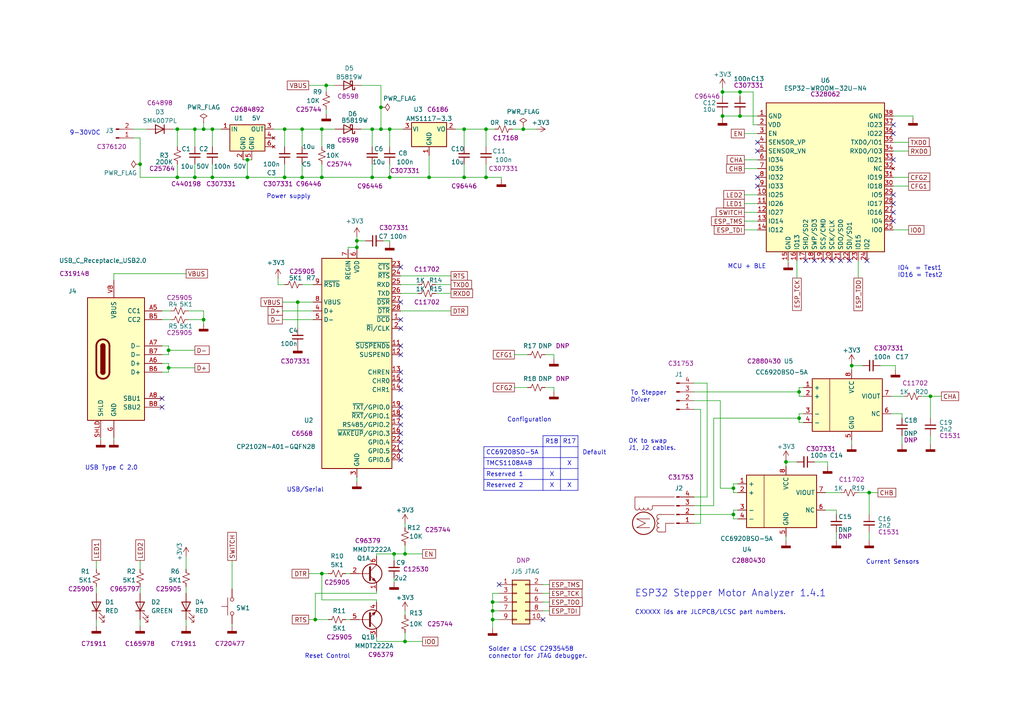
<source format=kicad_sch>
(kicad_sch (version 20211123) (generator eeschema)
  (paper "A4")
  (junction (at 71.755 46.355))
  (junction (at 212.725 141.605))
  (junction (at 48.895 106.68))
  (junction (at 48.895 101.6))
  (junction (at 51.435 37.465))
  (junction (at 93.345 37.465))
  (junction (at 93.345 51.435))
  (junction (at 142.875 177.165))
  (junction (at 227.965 133.985))
  (junction (at 209.55 33.655))
  (junction (at 117.475 186.055))
  (junction (at 151.765 37.465))
  (junction (at 142.875 174.625))
  (junction (at 113.03 37.465))
  (junction (at 40.64 47.625))
  (junction (at 212.725 149.225))
  (junction (at 59.055 92.71))
  (junction (at 103.505 71.755))
  (junction (at 110.49 37.465))
  (junction (at 231.775 113.665))
  (junction (at 110.49 31.115))
  (junction (at 114.3 160.655))
  (junction (at 142.875 179.705))
  (junction (at 61.595 51.435))
  (junction (at 59.055 37.465))
  (junction (at 247.015 106.045))
  (junction (at 107.95 51.435))
  (junction (at 61.595 37.465))
  (junction (at 214.63 33.655))
  (junction (at 87.63 37.465))
  (junction (at 103.505 69.85))
  (junction (at 87.63 51.435))
  (junction (at 269.875 114.935))
  (junction (at 117.475 160.655))
  (junction (at 94.615 24.765))
  (junction (at 140.97 51.435))
  (junction (at 214.63 26.67))
  (junction (at 140.97 37.465))
  (junction (at 91.44 179.705))
  (junction (at 51.435 51.435))
  (junction (at 209.55 26.67))
  (junction (at 124.46 51.435))
  (junction (at 82.55 51.435))
  (junction (at 134.62 37.465))
  (junction (at 107.95 37.465))
  (junction (at 113.03 51.435))
  (junction (at 134.62 51.435))
  (junction (at 93.345 166.37))
  (junction (at 56.515 51.435))
  (junction (at 82.55 37.465))
  (junction (at 231.775 121.285))
  (junction (at 71.755 51.435))
  (junction (at 252.095 142.875))
  (junction (at 56.515 37.465))
  (junction (at 86.36 87.63))
  (no_connect (at 219.71 41.275))
  (no_connect (at 219.71 43.815))
  (no_connect (at 233.68 75.565))
  (no_connect (at 236.22 75.565))
  (no_connect (at 259.08 46.355))
  (no_connect (at 259.08 38.735))
  (no_connect (at 259.08 36.195))
  (no_connect (at 238.76 75.565))
  (no_connect (at 241.3 75.565))
  (no_connect (at 243.84 75.565))
  (no_connect (at 246.38 75.565))
  (no_connect (at 259.08 56.515))
  (no_connect (at 259.08 64.135))
  (no_connect (at 259.08 61.595))
  (no_connect (at 259.08 59.055))
  (no_connect (at 116.205 130.81))
  (no_connect (at 116.205 77.47))
  (no_connect (at 46.99 118.11))
  (no_connect (at 46.99 115.57))
  (no_connect (at 116.205 118.11))
  (no_connect (at 251.46 75.565))
  (no_connect (at 116.205 87.63))
  (no_connect (at 116.205 120.65))
  (no_connect (at 116.205 125.73))
  (no_connect (at 116.205 123.19))
  (no_connect (at 219.71 53.975))
  (no_connect (at 219.71 51.435))
  (no_connect (at 116.205 95.25))
  (no_connect (at 116.205 128.27))
  (no_connect (at 116.205 107.95))
  (no_connect (at 116.205 133.35))
  (no_connect (at 116.205 92.71))
  (no_connect (at 116.205 100.33))
  (no_connect (at 157.48 179.705))
  (no_connect (at 116.205 113.03))
  (no_connect (at 144.78 169.545))
  (no_connect (at 116.205 110.49))
  (no_connect (at 116.205 102.87))
  (wire (pts (xy 228.6 75.565) (xy 228.6 76.2)))
  (wire (pts (xy 109.22 184.785) (xy 109.22 186.055)))
  (wire (pts (xy 212.725 142.875) (xy 213.995 142.875)))
  (wire (pts (xy 269.875 114.935) (xy 273.05 114.935)))
  (wire (pts (xy 259.08 43.815) (xy 263.525 43.815)))
  (wire (pts (xy 248.92 75.565) (xy 248.92 80.645)))
  (wire (pts (xy 213.995 140.335) (xy 212.725 140.335)))
  (wire (pts (xy 215.9 48.895) (xy 219.71 48.895)))
  (wire (pts (xy 201.295 151.765) (xy 203.2 151.765)))
  (wire (pts (xy 247.015 127.635) (xy 247.015 128.905)))
  (wire (pts (xy 214.63 33.02) (xy 214.63 33.655)))
  (wire (pts (xy 29.21 127) (xy 29.21 127.635)))
  (wire (pts (xy 215.9 46.355) (xy 219.71 46.355)))
  (wire (pts (xy 81.915 87.63) (xy 86.36 87.63)))
  (wire (pts (xy 140.97 51.435) (xy 145.415 51.435)))
  (wire (pts (xy 86.36 87.63) (xy 90.805 87.63)))
  (wire (pts (xy 100.965 71.755) (xy 100.965 72.39)))
  (wire (pts (xy 258.445 114.935) (xy 262.255 114.935)))
  (wire (pts (xy 53.975 165.1) (xy 53.975 161.29)))
  (wire (pts (xy 134.62 47.625) (xy 134.62 51.435)))
  (wire (pts (xy 61.595 37.465) (xy 64.135 37.465)))
  (wire (pts (xy 233.045 120.015) (xy 231.775 120.015)))
  (wire (pts (xy 114.3 160.655) (xy 114.3 162.56)))
  (wire (pts (xy 219.71 36.195) (xy 218.44 36.195)))
  (polyline (pts (xy 140.335 132.715) (xy 167.64 132.715)) (stroke (width 0) (type solid)))
  (wire (pts (xy 142.875 172.085) (xy 142.875 174.625)))
  (wire (pts (xy 248.92 142.875) (xy 252.095 142.875)))
  (wire (pts (xy 110.49 37.465) (xy 113.03 37.465)))
  (wire (pts (xy 151.765 37.465) (xy 155.575 37.465)))
  (wire (pts (xy 149.225 112.395) (xy 153.035 112.395)))
  (wire (pts (xy 157.48 177.165) (xy 159.385 177.165)))
  (wire (pts (xy 48.895 105.41) (xy 48.895 106.68)))
  (wire (pts (xy 94.615 31.75) (xy 94.615 33.02)))
  (wire (pts (xy 87.63 47.625) (xy 87.63 51.435)))
  (wire (pts (xy 106.045 69.85) (xy 103.505 69.85)))
  (wire (pts (xy 56.515 37.465) (xy 59.055 37.465)))
  (wire (pts (xy 124.46 51.435) (xy 134.62 51.435)))
  (polyline (pts (xy 140.335 135.89) (xy 167.64 135.89)) (stroke (width 0) (type solid)))
  (wire (pts (xy 231.775 120.015) (xy 231.775 121.285)))
  (wire (pts (xy 227.965 155.575) (xy 227.965 156.845)))
  (wire (pts (xy 87.63 82.55) (xy 90.805 82.55)))
  (wire (pts (xy 48.895 106.68) (xy 48.895 107.95)))
  (wire (pts (xy 100.33 166.37) (xy 101.6 166.37)))
  (wire (pts (xy 59.055 92.71) (xy 59.055 90.17)))
  (wire (pts (xy 140.97 47.625) (xy 140.97 51.435)))
  (wire (pts (xy 207.01 121.285) (xy 231.775 121.285)))
  (wire (pts (xy 61.595 37.465) (xy 61.595 42.545)))
  (wire (pts (xy 145.415 51.435) (xy 145.415 52.07)))
  (wire (pts (xy 59.055 92.71) (xy 59.055 93.98)))
  (wire (pts (xy 231.775 122.555) (xy 233.045 122.555)))
  (wire (pts (xy 40.64 179.705) (xy 40.64 181.61)))
  (polyline (pts (xy 140.335 129.54) (xy 140.335 142.24)) (stroke (width 0) (type solid)))
  (polyline (pts (xy 167.64 126.365) (xy 167.64 142.24)) (stroke (width 0) (type solid)))
  (wire (pts (xy 117.475 160.655) (xy 122.555 160.655)))
  (wire (pts (xy 79.375 37.465) (xy 82.55 37.465)))
  (polyline (pts (xy 140.335 129.54) (xy 167.64 129.54)) (stroke (width 0) (type solid)))
  (wire (pts (xy 89.535 179.705) (xy 91.44 179.705)))
  (wire (pts (xy 100.33 179.705) (xy 101.6 179.705)))
  (wire (pts (xy 209.55 27.94) (xy 209.55 26.67)))
  (wire (pts (xy 107.95 42.545) (xy 107.95 37.465)))
  (wire (pts (xy 252.095 142.875) (xy 254.635 142.875)))
  (wire (pts (xy 59.055 37.465) (xy 61.595 37.465)))
  (polyline (pts (xy 162.56 126.365) (xy 162.56 142.24)) (stroke (width 0) (type solid)))
  (wire (pts (xy 259.08 51.435) (xy 263.525 51.435)))
  (wire (pts (xy 40.64 40.005) (xy 40.64 47.625)))
  (wire (pts (xy 82.55 47.625) (xy 82.55 51.435)))
  (wire (pts (xy 140.97 37.465) (xy 143.51 37.465)))
  (wire (pts (xy 40.64 51.435) (xy 51.435 51.435)))
  (wire (pts (xy 71.755 51.435) (xy 82.55 51.435)))
  (wire (pts (xy 239.395 147.955) (xy 242.57 147.955)))
  (wire (pts (xy 231.775 112.395) (xy 231.775 113.665)))
  (wire (pts (xy 201.295 111.125) (xy 205.105 111.125)))
  (wire (pts (xy 82.55 51.435) (xy 87.63 51.435)))
  (wire (pts (xy 242.57 154.305) (xy 242.57 156.845)))
  (wire (pts (xy 259.08 66.675) (xy 263.525 66.675)))
  (wire (pts (xy 87.63 42.545) (xy 87.63 37.465)))
  (wire (pts (xy 33.02 79.375) (xy 53.975 79.375)))
  (wire (pts (xy 87.63 37.465) (xy 93.345 37.465)))
  (wire (pts (xy 103.505 71.755) (xy 103.505 72.39)))
  (wire (pts (xy 233.045 112.395) (xy 231.775 112.395)))
  (wire (pts (xy 56.515 37.465) (xy 56.515 42.545)))
  (wire (pts (xy 93.345 166.37) (xy 95.25 166.37)))
  (wire (pts (xy 117.475 177.165) (xy 117.475 178.435)))
  (wire (pts (xy 93.345 37.465) (xy 93.345 42.545)))
  (wire (pts (xy 89.535 24.765) (xy 94.615 24.765)))
  (wire (pts (xy 117.475 158.115) (xy 117.475 160.655)))
  (wire (pts (xy 103.505 138.43) (xy 103.505 139.7)))
  (wire (pts (xy 27.94 170.18) (xy 27.94 172.085)))
  (wire (pts (xy 27.94 165.1) (xy 27.94 162.56)))
  (wire (pts (xy 113.03 47.625) (xy 113.03 51.435)))
  (wire (pts (xy 48.895 100.33) (xy 48.895 101.6)))
  (wire (pts (xy 160.655 102.87) (xy 160.655 104.14)))
  (wire (pts (xy 255.27 106.045) (xy 259.715 106.045)))
  (wire (pts (xy 109.22 174.625) (xy 109.22 173.99)))
  (wire (pts (xy 82.55 37.465) (xy 87.63 37.465)))
  (wire (pts (xy 209.55 26.67) (xy 214.63 26.67)))
  (wire (pts (xy 269.875 114.935) (xy 269.875 121.285)))
  (wire (pts (xy 231.775 121.285) (xy 231.775 122.555)))
  (wire (pts (xy 142.875 179.705) (xy 144.78 179.705)))
  (wire (pts (xy 71.755 46.355) (xy 71.755 51.435)))
  (wire (pts (xy 56.515 51.435) (xy 61.595 51.435)))
  (wire (pts (xy 126.365 82.55) (xy 130.81 82.55)))
  (wire (pts (xy 227.965 133.985) (xy 227.965 135.255)))
  (wire (pts (xy 53.975 179.705) (xy 53.975 181.61)))
  (wire (pts (xy 103.505 69.85) (xy 103.505 71.755)))
  (wire (pts (xy 259.715 106.045) (xy 259.715 107.315)))
  (wire (pts (xy 90.805 90.17) (xy 81.915 90.17)))
  (wire (pts (xy 258.445 120.015) (xy 261.62 120.015)))
  (wire (pts (xy 46.99 100.33) (xy 48.895 100.33)))
  (wire (pts (xy 117.475 186.055) (xy 122.555 186.055)))
  (wire (pts (xy 209.55 25.4) (xy 209.55 26.67)))
  (wire (pts (xy 86.36 95.25) (xy 86.36 87.63)))
  (wire (pts (xy 207.01 146.685) (xy 207.01 121.285)))
  (wire (pts (xy 116.205 82.55) (xy 121.285 82.55)))
  (wire (pts (xy 116.205 90.17) (xy 130.81 90.17)))
  (polyline (pts (xy 140.335 142.24) (xy 167.64 142.24)) (stroke (width 0) (type solid)))
  (wire (pts (xy 151.765 36.83) (xy 151.765 37.465)))
  (wire (pts (xy 91.44 172.085) (xy 91.44 179.705)))
  (wire (pts (xy 201.295 118.745) (xy 203.2 118.745)))
  (wire (pts (xy 113.03 51.435) (xy 124.46 51.435)))
  (wire (pts (xy 142.875 177.165) (xy 142.875 179.705)))
  (polyline (pts (xy 157.48 126.365) (xy 157.48 142.24)) (stroke (width 0) (type solid)))
  (wire (pts (xy 219.71 56.515) (xy 215.9 56.515)))
  (wire (pts (xy 104.775 37.465) (xy 107.95 37.465)))
  (wire (pts (xy 104.775 24.765) (xy 110.49 24.765)))
  (wire (pts (xy 227.965 133.985) (xy 231.14 133.985)))
  (wire (pts (xy 48.895 107.95) (xy 46.99 107.95)))
  (wire (pts (xy 107.95 37.465) (xy 110.49 37.465)))
  (wire (pts (xy 209.55 33.02) (xy 209.55 33.655)))
  (wire (pts (xy 54.61 92.71) (xy 59.055 92.71)))
  (wire (pts (xy 212.725 150.495) (xy 213.995 150.495)))
  (wire (pts (xy 117.475 151.765) (xy 117.475 153.035)))
  (wire (pts (xy 252.095 154.305) (xy 252.095 156.845)))
  (wire (pts (xy 247.015 106.045) (xy 247.015 107.315)))
  (wire (pts (xy 247.015 105.41) (xy 247.015 106.045)))
  (wire (pts (xy 259.08 53.975) (xy 263.525 53.975)))
  (wire (pts (xy 231.775 114.935) (xy 233.045 114.935)))
  (wire (pts (xy 50.165 37.465) (xy 51.435 37.465)))
  (wire (pts (xy 157.48 169.545) (xy 159.385 169.545)))
  (wire (pts (xy 158.115 112.395) (xy 160.655 112.395)))
  (wire (pts (xy 53.975 170.18) (xy 53.975 172.085)))
  (wire (pts (xy 209.55 33.655) (xy 214.63 33.655)))
  (wire (pts (xy 148.59 37.465) (xy 151.765 37.465)))
  (wire (pts (xy 80.645 82.55) (xy 80.645 80.645)))
  (wire (pts (xy 48.895 101.6) (xy 56.515 101.6)))
  (wire (pts (xy 51.435 37.465) (xy 51.435 42.545)))
  (polyline (pts (xy 157.48 126.365) (xy 167.64 126.365)) (stroke (width 0) (type solid)))
  (wire (pts (xy 140.97 42.545) (xy 140.97 37.465)))
  (wire (pts (xy 51.435 47.625) (xy 51.435 51.435)))
  (wire (pts (xy 160.655 112.395) (xy 160.655 113.665)))
  (wire (pts (xy 267.335 114.935) (xy 269.875 114.935)))
  (wire (pts (xy 261.62 120.015) (xy 261.62 121.285)))
  (wire (pts (xy 94.615 24.765) (xy 94.615 26.67)))
  (wire (pts (xy 46.99 105.41) (xy 48.895 105.41)))
  (wire (pts (xy 48.895 101.6) (xy 48.895 102.87)))
  (wire (pts (xy 215.9 59.055) (xy 219.71 59.055)))
  (wire (pts (xy 201.295 149.225) (xy 212.725 149.225)))
  (wire (pts (xy 61.595 47.625) (xy 61.595 51.435)))
  (wire (pts (xy 82.55 42.545) (xy 82.55 37.465)))
  (wire (pts (xy 205.105 111.125) (xy 205.105 144.145)))
  (wire (pts (xy 213.995 147.955) (xy 212.725 147.955)))
  (wire (pts (xy 134.62 42.545) (xy 134.62 37.465)))
  (wire (pts (xy 54.61 90.17) (xy 59.055 90.17)))
  (wire (pts (xy 51.435 37.465) (xy 56.515 37.465)))
  (wire (pts (xy 149.225 102.87) (xy 153.035 102.87)))
  (wire (pts (xy 212.725 140.335) (xy 212.725 141.605)))
  (wire (pts (xy 48.895 102.87) (xy 46.99 102.87)))
  (wire (pts (xy 215.9 64.135) (xy 219.71 64.135)))
  (wire (pts (xy 113.03 37.465) (xy 116.84 37.465)))
  (wire (pts (xy 110.49 31.115) (xy 110.49 37.465)))
  (wire (pts (xy 82.55 82.55) (xy 80.645 82.55)))
  (wire (pts (xy 142.875 177.165) (xy 144.78 177.165)))
  (wire (pts (xy 208.915 141.605) (xy 212.725 141.605)))
  (wire (pts (xy 89.535 166.37) (xy 93.345 166.37)))
  (wire (pts (xy 239.395 142.875) (xy 243.84 142.875)))
  (wire (pts (xy 215.9 38.735) (xy 219.71 38.735)))
  (wire (pts (xy 33.02 79.375) (xy 33.02 81.28)))
  (wire (pts (xy 134.62 51.435) (xy 140.97 51.435)))
  (wire (pts (xy 236.22 133.985) (xy 240.03 133.985)))
  (wire (pts (xy 94.615 24.765) (xy 97.155 24.765)))
  (wire (pts (xy 56.515 47.625) (xy 56.515 51.435)))
  (wire (pts (xy 90.805 92.71) (xy 81.915 92.71)))
  (polyline (pts (xy 140.335 139.065) (xy 167.64 139.065)) (stroke (width 0) (type solid)))
  (wire (pts (xy 46.99 90.17) (xy 49.53 90.17)))
  (wire (pts (xy 109.22 172.085) (xy 109.22 171.45)))
  (wire (pts (xy 231.14 75.565) (xy 231.14 80.645)))
  (wire (pts (xy 93.345 173.99) (xy 93.345 166.37)))
  (wire (pts (xy 109.22 160.655) (xy 114.3 160.655)))
  (wire (pts (xy 48.895 106.68) (xy 56.515 106.68)))
  (wire (pts (xy 219.71 66.675) (xy 215.9 66.675)))
  (wire (pts (xy 116.205 80.01) (xy 130.81 80.01)))
  (wire (pts (xy 40.64 170.18) (xy 40.64 172.085)))
  (wire (pts (xy 142.875 174.625) (xy 142.875 177.165)))
  (wire (pts (xy 201.295 146.685) (xy 207.01 146.685)))
  (wire (pts (xy 114.3 160.655) (xy 117.475 160.655)))
  (wire (pts (xy 109.22 161.29) (xy 109.22 160.655)))
  (wire (pts (xy 124.46 45.085) (xy 124.46 51.435)))
  (wire (pts (xy 116.205 85.09) (xy 121.285 85.09)))
  (wire (pts (xy 205.105 144.145) (xy 201.295 144.145)))
  (wire (pts (xy 214.63 27.94) (xy 214.63 26.67)))
  (wire (pts (xy 71.755 46.355) (xy 73.025 46.355)))
  (wire (pts (xy 67.31 170.815) (xy 67.31 162.56)))
  (wire (pts (xy 103.505 71.755) (xy 100.965 71.755)))
  (wire (pts (xy 142.875 179.705) (xy 142.875 182.245)))
  (wire (pts (xy 93.345 47.625) (xy 93.345 51.435)))
  (wire (pts (xy 264.795 33.655) (xy 264.795 34.29)))
  (wire (pts (xy 214.63 33.655) (xy 219.71 33.655)))
  (wire (pts (xy 227.965 133.35) (xy 227.965 133.985)))
  (wire (pts (xy 259.08 41.275) (xy 263.525 41.275)))
  (wire (pts (xy 252.095 142.875) (xy 252.095 149.225)))
  (wire (pts (xy 51.435 51.435) (xy 56.515 51.435)))
  (wire (pts (xy 111.125 69.85) (xy 113.03 69.85)))
  (wire (pts (xy 110.49 24.765) (xy 110.49 31.115)))
  (wire (pts (xy 269.875 126.365) (xy 269.875 128.905)))
  (wire (pts (xy 59.055 35.56) (xy 59.055 37.465)))
  (wire (pts (xy 158.115 102.87) (xy 160.655 102.87)))
  (wire (pts (xy 107.95 51.435) (xy 113.03 51.435)))
  (wire (pts (xy 109.22 172.085) (xy 91.44 172.085)))
  (wire (pts (xy 38.735 40.005) (xy 40.64 40.005)))
  (wire (pts (xy 218.44 26.67) (xy 218.44 36.195)))
  (wire (pts (xy 201.295 113.665) (xy 231.775 113.665)))
  (wire (pts (xy 157.48 174.625) (xy 159.385 174.625)))
  (wire (pts (xy 103.505 68.58) (xy 103.505 69.85)))
  (wire (pts (xy 67.31 180.975) (xy 67.31 181.61)))
  (wire (pts (xy 259.08 33.655) (xy 264.795 33.655)))
  (wire (pts (xy 40.64 165.1) (xy 40.64 162.56)))
  (wire (pts (xy 203.2 118.745) (xy 203.2 151.765)))
  (wire (pts (xy 40.64 47.625) (xy 40.64 51.435)))
  (wire (pts (xy 87.63 51.435) (xy 93.345 51.435)))
  (wire (pts (xy 113.03 37.465) (xy 113.03 42.545)))
  (wire (pts (xy 144.78 172.085) (xy 142.875 172.085)))
  (wire (pts (xy 93.345 51.435) (xy 107.95 51.435)))
  (wire (pts (xy 91.44 179.705) (xy 95.25 179.705)))
  (wire (pts (xy 212.725 147.955) (xy 212.725 149.225)))
  (wire (pts (xy 214.63 26.67) (xy 218.44 26.67)))
  (wire (pts (xy 247.015 106.045) (xy 250.19 106.045)))
  (wire (pts (xy 134.62 37.465) (xy 140.97 37.465)))
  (wire (pts (xy 38.735 37.465) (xy 42.545 37.465)))
  (wire (pts (xy 212.725 141.605) (xy 212.725 142.875)))
  (wire (pts (xy 231.775 113.665) (xy 231.775 114.935)))
  (wire (pts (xy 261.62 126.365) (xy 261.62 128.905)))
  (wire (pts (xy 117.475 183.515) (xy 117.475 186.055)))
  (wire (pts (xy 215.9 61.595) (xy 219.71 61.595)))
  (wire (pts (xy 114.3 167.64) (xy 114.3 168.91)))
  (wire (pts (xy 132.08 37.465) (xy 134.62 37.465)))
  (wire (pts (xy 109.22 173.99) (xy 93.345 173.99)))
  (wire (pts (xy 242.57 147.955) (xy 242.57 149.225)))
  (wire (pts (xy 240.03 133.985) (xy 240.03 135.255)))
  (wire (pts (xy 157.48 172.085) (xy 159.385 172.085)))
  (wire (pts (xy 201.295 116.205) (xy 208.915 116.205)))
  (wire (pts (xy 109.22 186.055) (xy 117.475 186.055)))
  (wire (pts (xy 208.915 116.205) (xy 208.915 141.605)))
  (wire (pts (xy 61.595 51.435) (xy 71.755 51.435)))
  (wire (pts (xy 142.875 174.625) (xy 144.78 174.625)))
  (wire (pts (xy 107.95 47.625) (xy 107.95 51.435)))
  (wire (pts (xy 70.485 46.355) (xy 71.755 46.355)))
  (wire (pts (xy 27.94 179.705) (xy 27.94 181.61)))
  (wire (pts (xy 126.365 85.09) (xy 130.81 85.09)))
  (wire (pts (xy 113.03 69.85) (xy 113.03 70.485)))
  (wire (pts (xy 33.02 127) (xy 33.02 127.635)))
  (wire (pts (xy 93.345 37.465) (xy 97.155 37.465)))
  (wire (pts (xy 209.55 33.655) (xy 209.55 34.29)))
  (wire (pts (xy 212.725 149.225) (xy 212.725 150.495)))
  (wire (pts (xy 46.99 92.71) (xy 49.53 92.71)))
  (text "Solder a LCSC C2935458\nconnector for JTAG debugger." (at 141.605 191.135 0) (effects (font (size 1.27 1.27)) (justify left bottom)))
  (text "TMCS1108A4B" (at 140.97 135.255 0) (effects (font (size 1.27 1.27)) (justify left bottom)))
  (text "Current Sensors" (at 266.7 163.83 180) (effects (font (size 1.27 1.27)) (justify right bottom)))
  (text "X" (at 164.465 135.255 0) (effects (font (size 1.27 1.27)) (justify left bottom)))
  (text "Reserved 2" (at 140.97 141.605 0) (effects (font (size 1.27 1.27)) (justify left bottom)))
  (text "IO4  = Test1\nIO16 = Test2" (at 260.35 80.645 0) (effects (font (size 1.27 1.27)) (justify left bottom)))
  (text "CXXXXX ids are JLCPCB/LCSC part numbers." (at 184.15 178.435 0) (effects (font (size 1.27 1.27)) (justify left bottom)))
  (text "Reserved 1" (at 140.97 138.43 0) (effects (font (size 1.27 1.27)) (justify left bottom)))
  (text "To Stepper\nDriver" (at 182.88 116.84 0) (effects (font (size 1.27 1.27)) (justify left bottom)))
  (text "X" (at 159.385 138.43 0) (effects (font (size 1.27 1.27)) (justify left bottom)))
  (text "Configuration" (at 160.02 122.555 180) (effects (font (size 1.27 1.27)) (justify right bottom)))
  (text "USB Type C 2.0" (at 40.005 136.525 180) (effects (font (size 1.27 1.27)) (justify right bottom)))
  (text "9-30VDC" (at 29.21 39.37 180) (effects (font (size 1.27 1.27)) (justify right bottom)))
  (text "USB/Serial" (at 93.98 142.875 180) (effects (font (size 1.27 1.27)) (justify right bottom)))
  (text "OK to swap \nJ1, J2 cables." (at 182.245 130.81 0) (effects (font (size 1.27 1.27)) (justify left bottom)))
  (text "Reset Control" (at 101.6 191.135 180) (effects (font (size 1.27 1.27)) (justify right bottom)))
  (text "Default" (at 168.91 132.08 0) (effects (font (size 1.27 1.27)) (justify left bottom)))
  (text "R17" (at 163.195 128.905 0) (effects (font (size 1.27 1.27)) (justify left bottom)))
  (text "X" (at 159.385 141.605 0) (effects (font (size 1.27 1.27)) (justify left bottom)))
  (text "CC6920BSO-5A" (at 140.97 132.08 0) (effects (font (size 1.27 1.27)) (justify left bottom)))
  (text "R18" (at 158.115 128.905 0) (effects (font (size 1.27 1.27)) (justify left bottom)))
  (text "X" (at 164.465 141.605 0) (effects (font (size 1.27 1.27)) (justify left bottom)))
  (text "MCU + BLE" (at 222.25 78.105 180) (effects (font (size 1.27 1.27)) (justify right bottom)))
  (text "Power supply" (at 90.17 57.785 180) (effects (font (size 1.27 1.27)) (justify right bottom)))
  (text "ESP32 Stepper Motor Analyzer 1.4.1" (at 184.15 173.355 0) (effects (font (size 2 2)) (justify left bottom)))
  (global_label "ESP_TDO" (shape passive) (at 248.92 80.645 270) (property "Intersheet References" "${INTERSHEET_REFS}" (effects hide)))
  (global_label "ESP_TMS" (shape passive) (at 159.385 169.545 0) (property "Intersheet References" "${INTERSHEET_REFS}" (effects hide)))
  (global_label "CHB" (shape passive) (at 215.9 48.895 180) (property "Intersheet References" "${INTERSHEET_REFS}" (effects hide)))
  (global_label "CHA" (shape passive) (at 273.05 114.935 0) (property "Intersheet References" "${INTERSHEET_REFS}" (effects hide)))
  (global_label "IO0" (shape passive) (at 122.555 186.055 0) (property "Intersheet References" "${INTERSHEET_REFS}" (effects hide)))
  (global_label "DTR" (shape passive) (at 130.81 90.17 0) (property "Intersheet References" "${INTERSHEET_REFS}" (effects hide)))
  (global_label "EN" (shape passive) (at 215.9 38.735 180) (property "Intersheet References" "${INTERSHEET_REFS}" (effects hide)))
  (global_label "LED1" (shape passive) (at 215.9 59.055 180) (property "Intersheet References" "${INTERSHEET_REFS}" (effects hide)))
  (global_label "ESP_TDI" (shape passive) (at 215.9 66.675 180) (property "Intersheet References" "${INTERSHEET_REFS}" (effects hide)))
  (global_label "LED2" (shape passive) (at 215.9 56.515 180) (property "Intersheet References" "${INTERSHEET_REFS}" (effects hide)))
  (global_label "D-" (shape passive) (at 81.915 92.71 180) (property "Intersheet References" "${INTERSHEET_REFS}" (effects hide)))
  (global_label "ESP_TCK" (shape passive) (at 231.14 80.645 270) (property "Intersheet References" "${INTERSHEET_REFS}" (effects hide)))
  (global_label "RTS" (shape passive) (at 130.81 80.01 0) (property "Intersheet References" "${INTERSHEET_REFS}" (effects hide)))
  (global_label "ESP_TDO" (shape passive) (at 159.385 174.625 0) (property "Intersheet References" "${INTERSHEET_REFS}" (effects hide)))
  (global_label "ESP_TMS" (shape passive) (at 215.9 64.135 180) (property "Intersheet References" "${INTERSHEET_REFS}" (effects hide)))
  (global_label "SWITCH" (shape passive) (at 215.9 61.595 180) (property "Intersheet References" "${INTERSHEET_REFS}" (effects hide)))
  (global_label "D+" (shape passive) (at 56.515 106.68 0) (property "Intersheet References" "${INTERSHEET_REFS}" (effects hide)))
  (global_label "ESP_TDI" (shape passive) (at 159.385 177.165 0) (property "Intersheet References" "${INTERSHEET_REFS}" (effects hide)))
  (global_label "CFG2" (shape passive) (at 149.225 112.395 180) (property "Intersheet References" "${INTERSHEET_REFS}" (effects hide)))
  (global_label "D-" (shape passive) (at 56.515 101.6 0) (property "Intersheet References" "${INTERSHEET_REFS}" (effects hide)))
  (global_label "VBUS" (shape passive) (at 53.975 79.375 0) (property "Intersheet References" "${INTERSHEET_REFS}" (effects hide)))
  (global_label "D+" (shape passive) (at 81.915 90.17 180) (property "Intersheet References" "${INTERSHEET_REFS}" (effects hide)))
  (global_label "IO0" (shape passive) (at 263.525 66.675 0) (property "Intersheet References" "${INTERSHEET_REFS}" (effects hide)))
  (global_label "EN" (shape passive) (at 122.555 160.655 0) (property "Intersheet References" "${INTERSHEET_REFS}" (effects hide)))
  (global_label "CFG1" (shape passive) (at 263.525 53.975 0) (property "Intersheet References" "${INTERSHEET_REFS}" (effects hide)))
  (global_label "CHB" (shape passive) (at 254.635 142.875 0) (property "Intersheet References" "${INTERSHEET_REFS}" (effects hide)))
  (global_label "ESP_TCK" (shape passive) (at 159.385 172.085 0) (property "Intersheet References" "${INTERSHEET_REFS}" (effects hide)))
  (global_label "LED1" (shape passive) (at 27.94 162.56 90) (property "Intersheet References" "${INTERSHEET_REFS}" (effects hide)))
  (global_label "SWITCH" (shape passive) (at 67.31 162.56 90) (property "Intersheet References" "${INTERSHEET_REFS}" (effects hide)))
  (global_label "LED2" (shape passive) (at 40.64 162.56 90) (property "Intersheet References" "${INTERSHEET_REFS}" (effects hide)))
  (global_label "RXD0" (shape passive) (at 263.525 43.815 0) (property "Intersheet References" "${INTERSHEET_REFS}" (effects hide)))
  (global_label "TXD0" (shape passive) (at 263.525 41.275 0) (property "Intersheet References" "${INTERSHEET_REFS}" (effects hide)))
  (global_label "RXD0" (shape passive) (at 130.81 85.09 0) (property "Intersheet References" "${INTERSHEET_REFS}" (effects hide)))
  (global_label "VBUS" (shape passive) (at 81.915 87.63 180) (property "Intersheet References" "${INTERSHEET_REFS}" (effects hide)))
  (global_label "CHA" (shape passive) (at 215.9 46.355 180) (property "Intersheet References" "${INTERSHEET_REFS}" (effects hide)))
  (global_label "VBUS" (shape passive) (at 89.535 24.765 180) (property "Intersheet References" "${INTERSHEET_REFS}" (effects hide)))
  (global_label "TXD0" (shape passive) (at 130.81 82.55 0) (property "Intersheet References" "${INTERSHEET_REFS}" (effects hide)))
  (global_label "RTS" (shape passive) (at 89.535 179.705 180) (property "Intersheet References" "${INTERSHEET_REFS}" (effects hide)))
  (global_label "CFG1" (shape passive) (at 149.225 102.87 180) (property "Intersheet References" "${INTERSHEET_REFS}" (effects hide)))
  (global_label "DTR" (shape passive) (at 89.535 166.37 180) (property "Intersheet References" "${INTERSHEET_REFS}" (effects hide)))
  (global_label "CFG2" (shape passive) (at 263.525 51.435 0) (property "Intersheet References" "${INTERSHEET_REFS}" (effects hide)))
  (symbol (lib_id "Device:R_Small_US") (at 52.07 92.71 270) (unit 1)
    (property "Reference" "R5" (at 50.165 94.615 90))
    (property "Value" "5K1" (at 53.975 94.615 90))
    (property "Footprint" "Resistor_SMD:R_0402_1005Metric" (effects hide))
    (property "LCSC" "C25905" (at 52.07 96.52 90))
  )
  (symbol (lib_id "Device:R_Small_US") (at 52.07 90.17 270) (unit 1)
    (property "Reference" "R4" (at 50.165 88.265 90))
    (property "Value" "5K1" (at 53.975 88.265 90))
    (property "Footprint" "Resistor_SMD:R_0402_1005Metric" (effects hide))
    (property "LCSC" "C25905" (at 52.07 86.36 90))
  )
  (symbol (lib_id "power:GNDD") (at 59.055 93.98 0) (unit 1)
    (property "Reference" "#PWR07" (effects hide))
    (property "Value" "GNDD" (effects hide))
  )
  (symbol (lib_id "power:GNDD") (at 33.02 127.635 0) (unit 1)
    (property "Reference" "#PWR03" (effects hide))
    (property "Value" "GNDD" (effects hide))
  )
  (symbol (lib_id "stepper_monitor:USB_C_Receptacle_USB2.0") (at 31.75 104.14 0) (unit 1)
    (property "Reference" "J4" (at 22.225 84.455 0) (effects (justify right)))
    (property "Value" "USB_C_Receptacle_USB2.0" (at 42.545 75.565 0) (effects (justify right)))
    (property "Footprint" "stepper_monitor:USB_C_Receptacle_XKB_U262-16XN-4BVC11" (effects hide))
    (property "Datasheet" "https://www.usb.org/sites/default/files/documents/usb_type-c.zip" (effects hide))
    (property "LCSC" "C319148" (at 21.59 79.375 0))
  )
  (symbol (lib_id "Device:C_Small") (at 134.62 45.085 180) (unit 1)
    (property "Reference" "C10" (at 132.715 43.18 0))
    (property "Value" "10u" (at 132.715 46.99 0))
    (property "Footprint" "Capacitor_SMD:C_0603_1608Metric" (effects hide))
    (property "LCSC" "C96446" (at 134.62 53.975 0))
  )
  (symbol (lib_id "Device:C_Small") (at 113.03 45.085 180) (unit 1)
    (property "Reference" "C8" (at 116.84 44.45 0))
    (property "Value" "100n" (at 117.475 46.99 0))
    (property "Footprint" "Capacitor_SMD:C_0402_1005Metric" (effects hide))
    (property "LCSC" "C307331" (at 117.475 49.53 0))
  )
  (symbol (lib_id "Device:C_Small") (at 140.97 45.085 180) (unit 1)
    (property "Reference" "C11" (at 144.78 43.815 0))
    (property "Value" "100n" (at 146.05 46.355 0))
    (property "Footprint" "Capacitor_SMD:C_0402_1005Metric" (effects hide))
    (property "LCSC" "C307331" (at 146.05 48.895 0))
  )
  (symbol (lib_id "power:GNDD") (at 145.415 52.07 0) (unit 1)
    (property "Reference" "#PWR019" (effects hide))
    (property "Value" "GNDD" (effects hide))
  )
  (symbol (lib_id "power:+3V3") (at 155.575 37.465 270) (unit 1)
    (property "Reference" "#PWR020" (effects hide))
    (property "Value" "+3V3" (at 156.845 35.56 90))
  )
  (symbol (lib_id "Device:LED") (at 53.975 175.895 90) (unit 1)
    (property "Reference" "D4" (at 56.515 174.625 90) (effects (justify right)))
    (property "Value" "RED" (at 56.515 177.165 90) (effects (justify right)))
    (property "Footprint" "stepper_monitor:LED_0402_1005Metric_Pad0.77x0.64mm_HandSolder" (effects hide))
    (property "LCSC" "C71911" (at 49.53 186.69 90) (effects (justify right)))
  )
  (symbol (lib_id "Device:LED") (at 27.94 175.895 90) (unit 1)
    (property "Reference" "D1" (at 30.48 174.625 90) (effects (justify right)))
    (property "Value" "RED" (at 30.48 177.165 90) (effects (justify right)))
    (property "Footprint" "stepper_monitor:LED_0402_1005Metric_Pad0.77x0.64mm_HandSolder" (effects hide))
    (property "LCSC" "C71911" (at 23.495 186.69 90) (effects (justify right)))
  )
  (symbol (lib_id "Device:R_Small_US") (at 53.975 167.64 180) (unit 1)
    (property "Reference" "R6" (at 50.8 165.735 0))
    (property "Value" "5K1" (at 50.8 168.275 0))
    (property "Footprint" "Resistor_SMD:R_0402_1005Metric" (effects hide))
    (property "LCSC" "C25905" (at 48.895 170.815 0))
  )
  (symbol (lib_id "Device:R_Small_US") (at 27.94 167.64 180) (unit 1)
    (property "Reference" "R1" (at 24.765 165.735 0))
    (property "Value" "5K1" (at 24.765 168.275 0))
    (property "Footprint" "Resistor_SMD:R_0402_1005Metric" (effects hide))
    (property "LCSC" "C25905" (at 23.495 170.815 0))
  )
  (symbol (lib_id "power:GNDD") (at 53.975 181.61 0) (unit 1)
    (property "Reference" "#PWR06" (effects hide))
    (property "Value" "GNDD" (effects hide))
  )
  (symbol (lib_id "power:GNDD") (at 27.94 181.61 0) (unit 1)
    (property "Reference" "#PWR01" (effects hide))
    (property "Value" "GNDD" (effects hide))
  )
  (symbol (lib_id "Device:LED") (at 40.64 175.895 90) (unit 1)
    (property "Reference" "D2" (at 43.815 174.625 90) (effects (justify right)))
    (property "Value" "GREEN" (at 43.815 177.165 90) (effects (justify right)))
    (property "Footprint" "stepper_monitor:LED_0402_1005Metric_Pad0.77x0.64mm_HandSolder" (effects hide))
    (property "LCSC" "C165978" (at 36.195 186.69 90) (effects (justify right)))
  )
  (symbol (lib_id "Device:R_Small_US") (at 40.64 167.64 180) (unit 1)
    (property "Reference" "R2" (at 38.1 165.735 0))
    (property "Value" "5K1" (at 37.465 168.275 0))
    (property "Footprint" "Resistor_SMD:R_0402_1005Metric" (effects hide))
    (property "LCSC" "C965797" (at 36.195 170.815 0))
  )
  (symbol (lib_id "power:GNDD") (at 40.64 181.61 0) (unit 1)
    (property "Reference" "#PWR04" (effects hide))
    (property "Value" "GNDD" (effects hide))
  )
  (symbol (lib_id "power:+3V3") (at 53.975 161.29 0) (unit 1)
    (property "Reference" "#PWR05" (effects hide))
    (property "Value" "+3V3" (at 52.07 160.02 90))
  )
  (symbol (lib_id "stepper_monitor:ESP32-WROOM-32D") (at 269.24 57.785 0) (unit 1)
    (property "Reference" "U6" (at 239.395 23.3172 0))
    (property "Value" "ESP32-WROOM-32U-N4" (at 239.395 25.6286 0))
    (property "Footprint" "stepper_monitor:ESP32-WROOM-32U" (effects hide))
    (property "Datasheet" "https://www.espressif.com/sites/default/files/documentation/esp32-wroom-32d_esp32-wroom-32u_datasheet_en.pdf" (effects hide))
    (property "LCSC" "C328062\n" (at 239.395 27.305 0))
  )
  (symbol (lib_id "power:GNDD") (at 228.6 76.2 0) (unit 1)
    (property "Reference" "#PWR027" (effects hide))
    (property "Value" "GNDD" (effects hide))
  )
  (symbol (lib_id "power:GNDD") (at 264.795 34.29 0) (unit 1)
    (property "Reference" "#PWR035" (effects hide))
    (property "Value" "GNDD" (effects hide))
  )
  (symbol (lib_id "power:+3V3") (at 209.55 25.4 0) (unit 1)
    (property "Reference" "#PWR023" (effects hide))
    (property "Value" "+3V3" (at 209.55 21.59 0))
  )
  (symbol (lib_id "stepper_monitor:CP2102N-A01-GQFN28-Interface_USB") (at 103.505 105.41 0) (unit 1)
    (property "Reference" "U2" (at 89.535 121.92 0))
    (property "Value" "CP2102N-A01-GQFN28" (at 80.01 129.54 0))
    (property "Footprint" "stepper_monitor:QFN-28-1EP_5x5mm_P0.5mm_EP3.35x3.35mm" (effects hide))
    (property "Datasheet" "https://www.silabs.com/documents/public/data-sheets/cp2102n-datasheet.pdf" (effects hide))
    (property "LCSC" "C6568" (at 87.63 125.73 0))
  )
  (symbol (lib_id "power:GNDD") (at 103.505 139.7 0) (unit 1)
    (property "Reference" "#PWR013" (effects hide))
    (property "Value" "GNDD" (effects hide))
  )
  (symbol (lib_id "power:+3V3") (at 103.505 68.58 0) (unit 1)
    (property "Reference" "#PWR012" (effects hide))
    (property "Value" "+3V3" (at 102.87 64.135 0))
  )
  (symbol (lib_id "Device:R_Small_US") (at 85.09 82.55 270) (unit 1)
    (property "Reference" "R7" (at 90.17 80.645 90))
    (property "Value" "5K1" (at 85.725 80.645 90))
    (property "Footprint" "Resistor_SMD:R_0402_1005Metric" (effects hide))
    (property "LCSC" "C25905" (at 87.63 78.74 90))
  )
  (symbol (lib_id "Device:C_Small") (at 108.585 69.85 90) (unit 1)
    (property "Reference" "C7" (at 111.125 68.58 90))
    (property "Value" "100n" (at 115.57 68.58 90))
    (property "Footprint" "Capacitor_SMD:C_0402_1005Metric" (effects hide))
    (property "LCSC" "C307331" (at 114.3 66.04 90))
  )
  (symbol (lib_id "Device:C_Small") (at 86.36 97.79 180) (unit 1)
    (property "Reference" "C4" (at 85.09 95.885 0))
    (property "Value" "100n" (at 83.82 99.695 0))
    (property "Footprint" "Capacitor_SMD:C_0402_1005Metric" (effects hide))
    (property "LCSC" "C307331" (at 85.725 104.775 0))
  )
  (symbol (lib_id "power:GNDD") (at 86.36 100.33 0) (unit 1)
    (property "Reference" "#PWR010" (effects hide))
    (property "Value" "GNDD" (effects hide))
  )
  (symbol (lib_id "power:GNDD") (at 113.03 70.485 0) (unit 1)
    (property "Reference" "#PWR014" (effects hide))
    (property "Value" "GNDD" (effects hide))
  )
  (symbol (lib_id "power:PWR_FLAG") (at 110.49 31.115 270) (unit 1)
    (property "Reference" "#FLG03" (effects hide))
    (property "Value" "PWR_FLAG" (at 111.125 28.575 90) (effects (justify left)))
  )
  (symbol (lib_id "Device:R_Small_US") (at 155.575 112.395 90) (unit 1)
    (property "Reference" "R18" (at 153.67 109.855 90))
    (property "Value" "DNP" (at 158.115 109.855 90))
    (property "Footprint" "Resistor_SMD:R_0402_1005Metric" (effects hide))
    (property "LCSC" "DNP" (at 163.195 109.855 90))
  )
  (symbol (lib_id "power:PWR_FLAG") (at 59.055 35.56 0) (unit 1)
    (property "Reference" "#FLG02" (effects hide))
    (property "Value" "PWR_FLAG" (at 59.055 31.115 0))
  )
  (symbol (lib_id "power:GNDD") (at 252.095 156.845 0) (unit 1)
    (property "Reference" "#PWR032" (effects hide))
    (property "Value" "GNDD" (effects hide))
  )
  (symbol (lib_id "Device:C_Small") (at 107.95 45.085 180) (unit 1)
    (property "Reference" "C6" (at 109.855 43.18 0))
    (property "Value" "10u" (at 109.855 46.99 0))
    (property "Footprint" "Capacitor_SMD:C_0603_1608Metric" (effects hide))
    (property "LCSC" "C96446" (at 107.315 53.975 0))
  )
  (symbol (lib_id "power:GNDD") (at 227.965 156.845 0) (unit 1)
    (property "Reference" "#PWR026" (effects hide))
    (property "Value" "GNDD" (effects hide))
  )
  (symbol (lib_id "power:GNDD") (at 261.62 128.905 0) (unit 1)
    (property "Reference" "#PWR034" (effects hide))
    (property "Value" "GNDD" (effects hide))
  )
  (symbol (lib_id "Device:C_Small") (at 214.63 30.48 0) (unit 1)
    (property "Reference" "C13" (at 219.71 22.86 0))
    (property "Value" "100n" (at 215.265 22.86 0))
    (property "Footprint" "Capacitor_SMD:C_0402_1005Metric" (effects hide))
    (property "LCSC" "C307331" (at 217.17 24.765 0))
  )
  (symbol (lib_id "Device:R_Small_US") (at 94.615 29.21 180) (unit 1)
    (property "Reference" "R9" (at 92.075 26.67 0))
    (property "Value" "10K" (at 90.805 29.21 0))
    (property "Footprint" "Resistor_SMD:R_0402_1005Metric" (effects hide))
    (property "LCSC" "C25744" (at 89.535 31.75 0))
  )
  (symbol (lib_id "Device:C_Small") (at 269.875 123.825 0) (unit 1)
    (property "Reference" "C19" (at 274.32 122.555 0))
    (property "Value" "2n2" (at 274.32 124.46 0))
    (property "Footprint" "Capacitor_SMD:C_0402_1005Metric" (effects hide))
    (property "LCSC" "C1531" (at 275.59 126.365 0))
  )
  (symbol (lib_id "Regulator_Linear:AMS1117-3.3") (at 124.46 37.465 0) (unit 1)
    (property "Reference" "U3" (at 121.285 31.75 0))
    (property "Value" "AMS1117-3.3" (at 124.46 34.3971 0))
    (property "Footprint" "stepper_monitor:SOT-223-3_TabPin2" (effects hide))
    (property "Datasheet" "http://www.advanced-monolithic.com/pdf/ds1117.pdf" (effects hide))
    (property "LCSC" "C6186" (at 127 31.75 0))
  )
  (symbol (lib_id "power:GNDD") (at 160.655 113.665 0) (unit 1)
    (property "Reference" "#PWR022" (effects hide))
    (property "Value" "GNDD" (effects hide))
  )
  (symbol (lib_id "power:GNDD") (at 67.31 181.61 0) (unit 1)
    (property "Reference" "#PWR08" (effects hide))
    (property "Value" "GNDD" (effects hide))
  )
  (symbol (lib_id "Device:C_Small") (at 61.595 45.085 180) (unit 1)
    (property "Reference" "C2" (at 59.055 43.18 0))
    (property "Value" "100n 50V" (at 66.675 48.26 0))
    (property "Footprint" "Capacitor_SMD:C_0402_1005Metric" (effects hide))
    (property "LCSC" "C307331" (at 64.135 53.34 0))
  )
  (symbol (lib_id "Device:C_Small") (at 56.515 45.085 180) (unit 1)
    (property "Reference" "C1" (at 53.975 43.18 0))
    (property "Value" "10u 50V" (at 56.515 48.26 0))
    (property "Footprint" "Capacitor_SMD:C_0805_2012Metric" (effects hide))
    (property "LCSC" "C440198" (at 53.975 53.34 0))
  )
  (symbol (lib_id "power:GNDD") (at 259.715 107.315 0) (unit 1)
    (property "Reference" "#PWR033" (effects hide))
    (property "Value" "GNDD" (effects hide))
  )
  (symbol (lib_id "Device:R_Small_US") (at 123.825 82.55 270) (unit 1)
    (property "Reference" "R14" (at 126.365 81.28 90))
    (property "Value" "1K" (at 121.92 81.28 90))
    (property "Footprint" "Resistor_SMD:R_0402_1005Metric" (effects hide))
    (property "LCSC" "C11702" (at 123.825 78.105 90))
  )
  (symbol (lib_id "Device:R_Small_US") (at 51.435 45.085 0) (unit 1)
    (property "Reference" "R3" (at 47.625 45.085 0))
    (property "Value" "200K" (at 47.625 46.99 0))
    (property "Footprint" "Resistor_SMD:R_0402_1005Metric" (effects hide))
    (property "LCSC" "C25764" (at 46.99 48.895 0))
  )
  (symbol (lib_id "power:+3V3") (at 247.015 105.41 0) (unit 1)
    (property "Reference" "#PWR030" (effects hide))
    (property "Value" "+3V3" (at 247.015 101.6 0))
  )
  (symbol (lib_id "power:GNDD") (at 242.57 156.845 0) (unit 1)
    (property "Reference" "#PWR029" (effects hide))
    (property "Value" "GNDD" (effects hide))
  )
  (symbol (lib_id "Device:R_Small_US") (at 264.795 114.935 270) (unit 1)
    (property "Reference" "R20" (at 267.335 113.665 90))
    (property "Value" "1K" (at 262.255 113.665 90))
    (property "Footprint" "Resistor_SMD:R_0402_1005Metric" (effects hide))
    (property "LCSC" "C11702" (at 265.43 111.125 90))
  )
  (symbol (lib_id "Device:C_Small") (at 242.57 151.765 180) (unit 1)
    (property "Reference" "C15" (at 245.11 149.86 0))
    (property "Value" "DNP" (at 245.11 153.67 0))
    (property "Footprint" "Capacitor_SMD:C_0402_1005Metric" (effects hide))
    (property "LCSC" "DNP" (at 245.11 155.575 0))
  )
  (symbol (lib_id "power:GNDD") (at 269.875 128.905 0) (unit 1)
    (property "Reference" "#PWR036" (effects hide))
    (property "Value" "GNDD" (effects hide))
  )
  (symbol (lib_id "power:GNDD") (at 94.615 33.02 0) (unit 1)
    (property "Reference" "#PWR011" (effects hide))
    (property "Value" "GNDD" (effects hide))
  )
  (symbol (lib_id "Transistor_BJT:MMDT2222A") (at 106.68 166.37 0) (unit 1)
    (property "Reference" "Q1" (at 103.505 161.925 0) (effects (justify left)))
    (property "Value" "MMDT2222A" (at 102.235 159.385 0) (effects (justify left)))
    (property "Footprint" "stepper_monitor:SOT-363_SC-70-6" (effects hide))
    (property "Datasheet" "http://www.diodes.com/_files/datasheets/ds30125.pdf" (effects hide))
    (property "LCSC" "C96379" (at 106.68 156.845 0))
  )
  (symbol (lib_id "Device:C_Small") (at 252.73 106.045 270) (unit 1)
    (property "Reference" "C17" (at 261.62 103.505 90))
    (property "Value" "100n" (at 255.905 103.505 90))
    (property "Footprint" "Capacitor_SMD:C_0402_1005Metric" (effects hide))
    (property "LCSC" "C307331" (at 257.81 100.965 90))
  )
  (symbol (lib_id "Device:R_Small_US") (at 117.475 155.575 180) (unit 1)
    (property "Reference" "R12" (at 120.015 153.035 0))
    (property "Value" "10K" (at 120.65 155.575 0))
    (property "Footprint" "Resistor_SMD:R_0402_1005Metric" (effects hide))
    (property "LCSC" "C25744" (at 127 153.67 0))
  )
  (symbol (lib_id "Connector:Conn_01x02_Male") (at 33.655 40.005 0) (mirror x) (unit 1)
    (property "Reference" "J3" (at 32.9439 37.9003 0) (effects (justify right)))
    (property "Value" "Conn_01x02_Male" (effects hide))
    (property "Footprint" "stepper_monitor:PinHeader_1x02_P2.54mm_Horizontal_JLCPCB" (effects hide))
    (property "LCSC" "C376120" (at 32.385 42.545 0))
  )
  (symbol (lib_id "power:+3V3") (at 117.475 177.165 0) (unit 1)
    (property "Reference" "#PWR017" (effects hide))
    (property "Value" "+3V3" (at 117.475 173.355 0))
  )
  (symbol (lib_id "Connector_Generic:Conn_02x05_Odd_Even") (at 149.86 174.625 0) (unit 1)
    (property "Reference" "JJ5" (at 149.86 165.735 0))
    (property "Value" "JTAG" (at 154.305 165.735 0))
    (property "Footprint" "stepper_monitor:PinHeader_2x05_P1.27mm_Vertical_SMD" (effects hide))
    (property "LCSC" "DNP" (at 151.765 162.56 0))
  )
  (symbol (lib_id "Connector:Conn_01x04_Male") (at 196.215 149.225 0) (mirror x) (unit 1)
    (property "Reference" "J2" (at 198.12 141.605 0) (effects (justify right)))
    (property "Value" "Conn_01x04_Male" (effects hide))
    (property "Footprint" "stepper_monitor:connector_4pins_horizontal" (effects hide))
    (property "LCSC" "C31753" (at 197.485 138.43 0))
  )
  (symbol (lib_id "Device:C_Small") (at 82.55 45.085 180) (unit 1)
    (property "Reference" "C3" (at 78.74 50.165 0))
    (property "Value" "100n" (at 78.74 47.625 0))
    (property "Footprint" "Capacitor_SMD:C_0402_1005Metric" (effects hide))
    (property "LCSC" "C307331" (at 80.645 53.34 0))
  )
  (symbol (lib_id "power:GNDD") (at 29.21 127.635 0) (unit 1)
    (property "Reference" "#PWR02" (effects hide))
    (property "Value" "GNDD" (effects hide))
  )
  (symbol (lib_id "stepper_monitor:Motor-simple_stepper_motor_analyzer") (at 189.23 151.765 90) (unit 1) (in_bom no) (on_board no)
    (property "Reference" "M1" (effects hide))
    (property "Value" "Motor-simple_stepper_motor_analyzer" (effects hide))
    (property "Footprint" "stepper_monitor:Empty" (effects hide))
  )
  (symbol (lib_id "power:+3V3") (at 117.475 151.765 0) (unit 1)
    (property "Reference" "#PWR016" (effects hide))
    (property "Value" "+3V3" (at 117.475 147.955 0))
  )
  (symbol (lib_id "power:+3V3") (at 227.965 133.35 0) (unit 1)
    (property "Reference" "#PWR025" (effects hide))
    (property "Value" "+3V3" (at 227.965 129.54 0))
  )
  (symbol (lib_id "power:GNDD") (at 247.015 128.905 0) (unit 1)
    (property "Reference" "#PWR031" (effects hide))
    (property "Value" "GNDD" (effects hide))
  )
  (symbol (lib_id "Device:R_Small_US") (at 117.475 180.975 180) (unit 1)
    (property "Reference" "R13" (at 120.65 177.8 0))
    (property "Value" "10K" (at 120.65 180.975 0))
    (property "Footprint" "Resistor_SMD:R_0402_1005Metric" (effects hide))
    (property "LCSC" "C25744" (at 127.635 180.975 0))
  )
  (symbol (lib_id "Device:R_Small_US") (at 123.825 85.09 270) (unit 1)
    (property "Reference" "R15" (at 126.365 83.82 90))
    (property "Value" "1K" (at 121.92 83.82 90))
    (property "Footprint" "Resistor_SMD:R_0402_1005Metric" (effects hide))
    (property "LCSC" "C11702" (at 123.825 87.63 90))
  )
  (symbol (lib_id "power:GNDD") (at 160.655 104.14 0) (unit 1)
    (property "Reference" "#PWR021" (effects hide))
    (property "Value" "GNDD" (effects hide))
  )
  (symbol (lib_id "power:GNDD") (at 240.03 135.255 0) (unit 1)
    (property "Reference" "#PWR028" (effects hide))
    (property "Value" "GNDD" (effects hide))
  )
  (symbol (lib_id "stepper_monitor:ACS70331_soic8") (at 229.235 145.415 0) (unit 1)
    (property "Reference" "U4" (at 215.265 159.385 0) (effects (justify left)))
    (property "Value" "CC6920BSO-5A" (at 208.915 156.21 0) (effects (justify left)))
    (property "Footprint" "stepper_monitor:SOIC-8_3.9x4.9mm_P1.27mm" (effects hide))
    (property "LCSC" "C2880430" (at 217.17 162.56 0))
  )
  (symbol (lib_id "power:GNDD") (at 209.55 34.29 0) (unit 1)
    (property "Reference" "#PWR024" (effects hide))
    (property "Value" "GNDD" (effects hide))
  )
  (symbol (lib_id "Device:C_Small") (at 233.68 133.985 270) (unit 1)
    (property "Reference" "C14" (at 242.57 132.08 90))
    (property "Value" "100n" (at 237.49 132.08 90))
    (property "Footprint" "Capacitor_SMD:C_0402_1005Metric" (effects hide))
    (property "LCSC" "C307331" (at 238.125 130.175 90))
  )
  (symbol (lib_id "Device:R_Small_US") (at 93.345 45.085 180) (unit 1)
    (property "Reference" "R8" (at 95.885 42.545 0))
    (property "Value" "10K" (at 96.52 45.085 0))
    (property "Footprint" "Resistor_SMD:R_0402_1005Metric" (effects hide))
    (property "LCSC" "C25744" (at 98.425 47.625 0))
  )
  (symbol (lib_id "Device:D_Schottky") (at 100.965 37.465 180) (unit 1)
    (property "Reference" "D6" (at 102.235 33.02 0))
    (property "Value" "B5819W " (at 102.87 34.925 0))
    (property "Footprint" "stepper_monitor:D_SOD-123" (effects hide))
    (property "LCSC" "C8598" (at 100.965 40.64 0))
  )
  (symbol (lib_id "Device:C_Small") (at 261.62 123.825 180) (unit 1)
    (property "Reference" "C18" (at 264.16 121.92 0))
    (property "Value" "DNP" (at 264.16 125.73 0))
    (property "Footprint" "Capacitor_SMD:C_0402_1005Metric" (effects hide))
    (property "LCSC" "DNP" (at 264.16 127.635 0))
  )
  (symbol (lib_id "power:PWR_FLAG") (at 40.64 47.625 90) (unit 1)
    (property "Reference" "#FLG01" (effects hide))
    (property "Value" "PWR_FLAG" (at 34.925 50.165 90))
  )
  (symbol (lib_id "Device:C_Small") (at 114.3 165.1 180) (unit 1)
    (property "Reference" "C9" (at 116.205 163.195 0))
    (property "Value" "2u2" (at 116.205 167.64 0))
    (property "Footprint" "Capacitor_SMD:C_0402_1005Metric" (effects hide))
    (property "LCSC" "C12530" (at 120.65 165.1 0))
  )
  (symbol (lib_id "Transistor_BJT:MMDT2222A") (at 106.68 179.705 0) (mirror x) (unit 2)
    (property "Reference" "Q1" (at 104.775 184.785 0) (effects (justify left)))
    (property "Value" "MMDT2222A" (at 102.87 187.325 0) (effects (justify left)))
    (property "Footprint" "stepper_monitor:SOT-363_SC-70-6" (effects hide))
    (property "Datasheet" "http://www.diodes.com/_files/datasheets/ds30125.pdf" (effects hide))
    (property "LCSC" "C96379" (at 110.49 189.865 0))
  )
  (symbol (lib_id "power:GNDD") (at 142.875 182.245 0) (unit 1)
    (property "Reference" "#PWR018" (effects hide))
    (property "Value" "GNDD" (effects hide))
  )
  (symbol (lib_id "Diode:1N4005") (at 46.355 37.465 180) (unit 1)
    (property "Reference" "D3" (at 46.355 32.4952 0))
    (property "Value" "SM4007PL" (at 46.355 35.0321 0))
    (property "Footprint" "stepper_monitor:D2_SOD-123" (effects hide))
    (property "LCSC" "C64898" (at 46.355 29.845 0))
  )
  (symbol (lib_id "Device:C_Small") (at 252.095 151.765 0) (unit 1)
    (property "Reference" "C16" (at 256.54 150.495 0))
    (property "Value" "2n2" (at 256.54 152.4 0))
    (property "Footprint" "Capacitor_SMD:C_0402_1005Metric" (effects hide))
    (property "LCSC" "C1531" (at 257.81 154.305 0))
  )
  (symbol (lib_id "Switch:SW_Push") (at 67.31 175.895 90) (unit 1)
    (property "Reference" "SW1" (at 68.453 176.3288 90) (effects (justify right)))
    (property "Value" "SW_Push" (effects hide))
    (property "Footprint" "stepper_monitor:SW_Push_SPST_NO_Alps_SKRK" (effects hide))
    (property "LCSC" "C720477" (at 66.675 186.69 90))
  )
  (symbol (lib_id "Device:C_Small") (at 209.55 30.48 180) (unit 1)
    (property "Reference" "C12" (at 205.74 29.845 0))
    (property "Value" "10u" (at 205.74 31.75 0))
    (property "Footprint" "Capacitor_SMD:C_0603_1608Metric" (effects hide))
    (property "LCSC" "C96446" (at 205.105 27.94 0))
  )
  (symbol (lib_id "Device:R_Small_US") (at 97.79 179.705 270) (unit 1)
    (property "Reference" "R11" (at 98.425 177.165 90))
    (property "Value" "5K1" (at 98.425 182.245 90))
    (property "Footprint" "Resistor_SMD:R_0402_1005Metric" (effects hide))
    (property "LCSC" "C25905" (at 98.425 184.785 90))
  )
  (symbol (lib_id "Device:R_Small_US") (at 146.05 37.465 270) (unit 1)
    (property "Reference" "R16" (at 147.955 35.56 90))
    (property "Value" "0R" (at 143.51 35.56 90))
    (property "Footprint" "Resistor_SMD:R_0402_1005Metric" (effects hide))
    (property "LCSC" "C17168" (at 146.685 40.005 90))
  )
  (symbol (lib_id "stepper_monitor:DC_DC") (at 71.755 37.465 0) (unit 1)
    (property "Reference" "U1" (at 69.215 34.29 0))
    (property "Value" "5V" (at 74.295 34.29 0))
    (property "Footprint" "stepper_monitor:Converter_DCDC" (effects hide))
    (property "Datasheet" "https://www.recom-power.com/pdf/Innoline/R-78Exx-0.5.pdf" (effects hide))
    (property "LCSC" "C2684892" (at 71.755 31.75 0))
  )
  (symbol (lib_id "power:PWR_FLAG") (at 151.765 36.83 0) (unit 1)
    (property "Reference" "#FLG04" (effects hide))
    (property "Value" "PWR_FLAG" (at 151.765 32.385 0))
  )
  (symbol (lib_id "Device:C_Small") (at 87.63 45.085 180) (unit 1)
    (property "Reference" "C5" (at 88.9 47.625 0))
    (property "Value" "10u" (at 89.535 42.545 0))
    (property "Footprint" "Capacitor_SMD:C_0603_1608Metric" (effects hide))
    (property "LCSC" "C96446" (at 89.535 53.34 0))
  )
  (symbol (lib_id "stepper_monitor:ACS70331_soic8") (at 248.285 117.475 0) (unit 1)
    (property "Reference" "U5" (at 227.33 104.775 0) (effects (justify left)))
    (property "Value" "CC6920BSO-5A" (at 219.075 107.95 0) (effects (justify left)))
    (property "Footprint" "stepper_monitor:SOIC-8_3.9x4.9mm_P1.27mm" (effects hide))
    (property "LCSC" "C2880430" (at 221.615 104.775 0))
  )
  (symbol (lib_id "power:+3V3") (at 80.645 80.645 0) (unit 1)
    (property "Reference" "#PWR09" (effects hide))
    (property "Value" "+3V3" (at 80.01 76.2 0))
  )
  (symbol (lib_id "Device:R_Small_US") (at 155.575 102.87 90) (unit 1)
    (property "Reference" "R17" (at 153.67 100.33 90))
    (property "Value" "DNP" (at 158.115 100.33 90))
    (property "Footprint" "Resistor_SMD:R_0402_1005Metric" (effects hide))
    (property "LCSC" "DNP" (at 163.195 100.33 90))
  )
  (symbol (lib_id "power:GNDD") (at 114.3 168.91 0) (unit 1)
    (property "Reference" "#PWR015" (effects hide))
    (property "Value" "GNDD" (effects hide))
  )
  (symbol (lib_id "Device:D_Schottky") (at 100.965 24.765 180) (unit 1)
    (property "Reference" "D5" (at 101.2825 19.7952 0))
    (property "Value" "B5819W " (at 101.2825 22.3321 0))
    (property "Footprint" "stepper_monitor:D_SOD-123" (effects hide))
    (property "LCSC" "C8598" (at 100.965 27.94 0))
  )
  (symbol (lib_id "Device:R_Small_US") (at 97.79 166.37 90) (unit 1)
    (property "Reference" "R10" (at 97.79 161.29 90))
    (property "Value" "5K1" (at 97.79 163.83 90))
    (property "Footprint" "Resistor_SMD:R_0402_1005Metric" (effects hide))
    (property "LCSC" "C25905" (at 97.79 168.91 90))
  )
  (symbol (lib_id "Connector:Conn_01x04_Male") (at 196.215 116.205 0) (mirror x) (unit 1)
    (property "Reference" "J1" (at 198.12 108.585 0) (effects (justify right)))
    (property "Value" "Conn_01x04_Male" (effects hide))
    (property "Footprint" "stepper_monitor:connector_4pins_horizontal" (effects hide))
    (property "LCSC" "C31753" (at 197.485 105.41 0))
  )
  (symbol (lib_id "Device:R_Small_US") (at 246.38 142.875 270) (unit 1)
    (property "Reference" "R19" (at 248.92 141.605 90))
    (property "Value" "1K" (at 243.205 141.605 90))
    (property "Footprint" "Resistor_SMD:R_0402_1005Metric" (effects hide))
    (property "LCSC" "C11702" (at 247.015 139.065 90))
  )
)
</source>
